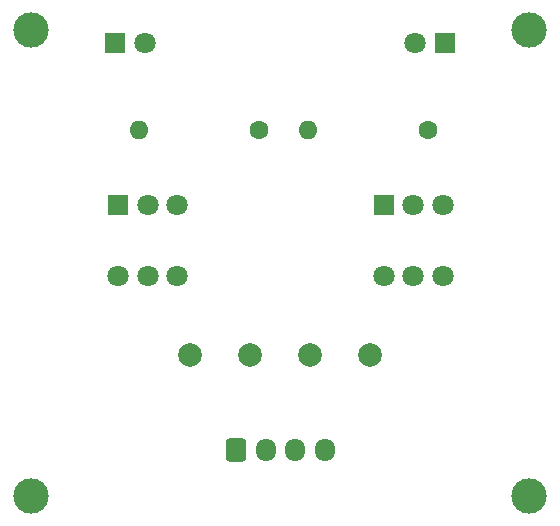
<source format=gbr>
%TF.GenerationSoftware,KiCad,Pcbnew,8.0.8*%
%TF.CreationDate,2025-03-31T22:30:43-04:00*%
%TF.ProjectId,rear_lights_unit_control_box,72656172-5f6c-4696-9768-74735f756e69,0*%
%TF.SameCoordinates,Original*%
%TF.FileFunction,Soldermask,Bot*%
%TF.FilePolarity,Negative*%
%FSLAX46Y46*%
G04 Gerber Fmt 4.6, Leading zero omitted, Abs format (unit mm)*
G04 Created by KiCad (PCBNEW 8.0.8) date 2025-03-31 22:30:43*
%MOMM*%
%LPD*%
G01*
G04 APERTURE LIST*
G04 Aperture macros list*
%AMRoundRect*
0 Rectangle with rounded corners*
0 $1 Rounding radius*
0 $2 $3 $4 $5 $6 $7 $8 $9 X,Y pos of 4 corners*
0 Add a 4 corners polygon primitive as box body*
4,1,4,$2,$3,$4,$5,$6,$7,$8,$9,$2,$3,0*
0 Add four circle primitives for the rounded corners*
1,1,$1+$1,$2,$3*
1,1,$1+$1,$4,$5*
1,1,$1+$1,$6,$7*
1,1,$1+$1,$8,$9*
0 Add four rect primitives between the rounded corners*
20,1,$1+$1,$2,$3,$4,$5,0*
20,1,$1+$1,$4,$5,$6,$7,0*
20,1,$1+$1,$6,$7,$8,$9,0*
20,1,$1+$1,$8,$9,$2,$3,0*%
G04 Aperture macros list end*
%ADD10C,1.600000*%
%ADD11O,1.600000X1.600000*%
%ADD12C,3.000000*%
%ADD13C,2.000000*%
%ADD14R,1.800000X1.800000*%
%ADD15C,1.800000*%
%ADD16RoundRect,0.250000X-0.600000X-0.725000X0.600000X-0.725000X0.600000X0.725000X-0.600000X0.725000X0*%
%ADD17O,1.700000X1.950000*%
G04 APERTURE END LIST*
D10*
%TO.C,R1*%
X125160000Y-63540000D03*
D11*
X115000000Y-63540000D03*
%TD*%
D12*
%TO.C,REF\u002A\u002A*%
X148100000Y-55100000D03*
%TD*%
D13*
%TO.C,TP2*%
X124460000Y-82594000D03*
%TD*%
D12*
%TO.C,REF\u002A\u002A*%
X148100000Y-94500000D03*
%TD*%
D14*
%TO.C,SW1*%
X113260000Y-69881300D03*
D15*
X115760000Y-69881300D03*
X118260000Y-69881300D03*
X113260000Y-75881300D03*
X115760000Y-75881300D03*
X118260000Y-75881300D03*
%TD*%
D13*
%TO.C,TP4*%
X134620000Y-82594000D03*
%TD*%
D10*
%TO.C,R2*%
X139480000Y-63540000D03*
D11*
X129320000Y-63540000D03*
%TD*%
D14*
%TO.C,D1*%
X113025000Y-56134000D03*
D15*
X115565000Y-56134000D03*
%TD*%
D14*
%TO.C,D2*%
X140974000Y-56134000D03*
D15*
X138434000Y-56134000D03*
%TD*%
D13*
%TO.C,TP1*%
X119380000Y-82594000D03*
%TD*%
D12*
%TO.C,REF\u002A\u002A*%
X105900000Y-94500000D03*
%TD*%
D14*
%TO.C,SW2*%
X135740000Y-69881300D03*
D15*
X138240000Y-69881300D03*
X140740000Y-69881300D03*
X135740000Y-75881300D03*
X138240000Y-75881300D03*
X140740000Y-75881300D03*
%TD*%
D16*
%TO.C,J1*%
X123250000Y-90650000D03*
D17*
X125750000Y-90650000D03*
X128250000Y-90650000D03*
X130750000Y-90650000D03*
%TD*%
D13*
%TO.C,TP3*%
X129540000Y-82594000D03*
%TD*%
D12*
%TO.C,REF\u002A\u002A*%
X105900000Y-55100000D03*
%TD*%
M02*

</source>
